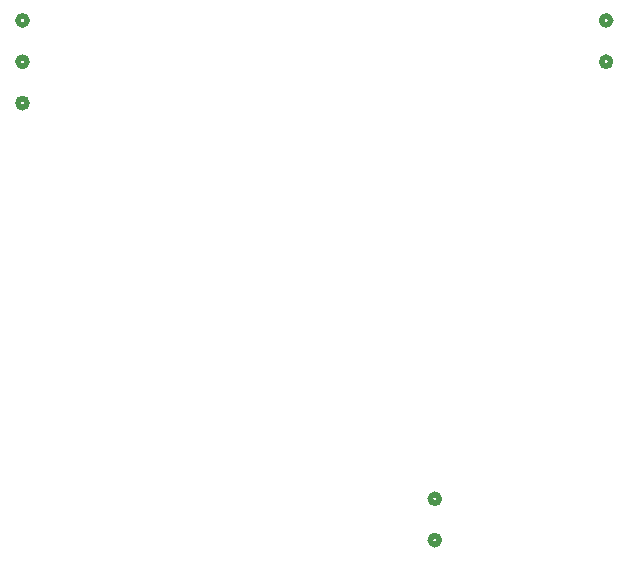
<source format=gbo>
G04 #@! TF.GenerationSoftware,KiCad,Pcbnew,8.0.6*
G04 #@! TF.CreationDate,2025-02-26T16:40:18-08:00*
G04 #@! TF.ProjectId,Cymatics,43796d61-7469-4637-932e-6b696361645f,rev?*
G04 #@! TF.SameCoordinates,Original*
G04 #@! TF.FileFunction,Legend,Bot*
G04 #@! TF.FilePolarity,Positive*
%FSLAX46Y46*%
G04 Gerber Fmt 4.6, Leading zero omitted, Abs format (unit mm)*
G04 Created by KiCad (PCBNEW 8.0.6) date 2025-02-26 16:40:18*
%MOMM*%
%LPD*%
G01*
G04 APERTURE LIST*
%ADD10C,0.508000*%
%ADD11R,2.100000X2.100000*%
%ADD12C,2.100000*%
%ADD13C,1.000000*%
%ADD14C,2.500000*%
%ADD15R,1.700000X1.700000*%
%ADD16O,1.700000X1.700000*%
%ADD17R,1.600000X1.600000*%
%ADD18C,1.600000*%
G04 APERTURE END LIST*
D10*
X147796100Y-59050000D02*
G75*
G02*
X147034100Y-59050000I-381000J0D01*
G01*
X147034100Y-59050000D02*
G75*
G02*
X147796100Y-59050000I381000J0D01*
G01*
X98385900Y-62550000D02*
G75*
G02*
X97623900Y-62550000I-381000J0D01*
G01*
X97623900Y-62550000D02*
G75*
G02*
X98385900Y-62550000I381000J0D01*
G01*
X98385900Y-59050000D02*
G75*
G02*
X97623900Y-59050000I-381000J0D01*
G01*
X97623900Y-59050000D02*
G75*
G02*
X98385900Y-59050000I381000J0D01*
G01*
X147796100Y-55550000D02*
G75*
G02*
X147034100Y-55550000I-381000J0D01*
G01*
X147034100Y-55550000D02*
G75*
G02*
X147796100Y-55550000I381000J0D01*
G01*
X133296100Y-96050000D02*
G75*
G02*
X132534100Y-96050000I-381000J0D01*
G01*
X132534100Y-96050000D02*
G75*
G02*
X133296100Y-96050000I381000J0D01*
G01*
X98385900Y-55550000D02*
G75*
G02*
X97623900Y-55550000I-381000J0D01*
G01*
X97623900Y-55550000D02*
G75*
G02*
X98385900Y-55550000I381000J0D01*
G01*
X133296100Y-99550000D02*
G75*
G02*
X132534100Y-99550000I-381000J0D01*
G01*
X132534100Y-99550000D02*
G75*
G02*
X133296100Y-99550000I381000J0D01*
G01*
%LPC*%
D11*
X140250000Y-58550000D03*
D12*
X137710000Y-58550000D03*
D11*
X95710000Y-81550000D03*
D12*
X95710000Y-84090000D03*
D13*
X105550000Y-118837500D03*
X113550000Y-118837500D03*
D11*
X95710000Y-100550000D03*
D12*
X95710000Y-103090000D03*
X95710000Y-105630000D03*
X95710000Y-108170000D03*
X95710000Y-110710000D03*
X95710000Y-113250000D03*
D14*
X151120850Y-119108694D03*
D15*
X125036000Y-72650000D03*
D16*
X125036000Y-75190000D03*
X125036000Y-77730000D03*
X125036000Y-80270000D03*
X125036000Y-82810000D03*
X125036000Y-85350000D03*
X125036000Y-87890000D03*
X125036000Y-90430000D03*
X125036000Y-92970000D03*
X125036000Y-95510000D03*
X125036000Y-98050000D03*
X125036000Y-100590000D03*
D11*
X95710000Y-88510000D03*
D12*
X95710000Y-91050000D03*
X95710000Y-93590000D03*
X95710000Y-96130000D03*
D14*
X94120850Y-57108694D03*
D11*
X149710000Y-107090000D03*
D12*
X149710000Y-104550000D03*
D17*
X138710000Y-105550000D03*
D18*
X138710000Y-110550000D03*
D11*
X149710000Y-113820000D03*
D12*
X149710000Y-111280000D03*
D11*
X95710000Y-74280000D03*
D12*
X95710000Y-76820000D03*
D11*
X133050000Y-117550000D03*
D12*
X135590000Y-117550000D03*
X138130000Y-117550000D03*
X140670000Y-117550000D03*
X143210000Y-117550000D03*
D14*
X151120850Y-57108694D03*
D15*
X104710000Y-62490000D03*
D16*
X104710000Y-65030000D03*
X104710000Y-67570000D03*
X104710000Y-70110000D03*
X104710000Y-72650000D03*
X104710000Y-75190000D03*
X104710000Y-77730000D03*
X104710000Y-80270000D03*
X104710000Y-82810000D03*
X104710000Y-85350000D03*
X104710000Y-87890000D03*
X104710000Y-90430000D03*
X104710000Y-92970000D03*
X104710000Y-95510000D03*
X104710000Y-98050000D03*
X104710000Y-100590000D03*
D11*
X149710000Y-87630000D03*
D12*
X149710000Y-85090000D03*
X149710000Y-82550000D03*
D11*
X132790000Y-58550000D03*
D12*
X130250000Y-58550000D03*
D11*
X149710000Y-67590000D03*
D12*
X149710000Y-65050000D03*
X149710000Y-62510000D03*
D14*
X94120850Y-119108694D03*
D11*
X123130000Y-117550000D03*
D12*
X125670000Y-117550000D03*
X128210000Y-117550000D03*
D11*
X149710000Y-100050000D03*
D12*
X149710000Y-97510000D03*
X149710000Y-94970000D03*
X149710000Y-92430000D03*
D11*
X95710000Y-66780000D03*
D12*
X95710000Y-69320000D03*
D11*
X149710000Y-77630000D03*
D12*
X149710000Y-75090000D03*
X149710000Y-72550000D03*
%LPD*%
M02*

</source>
